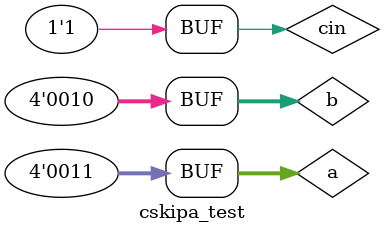
<source format=v>

  module cskipa_test;
  wire [3:0]s;
  wire c;
  reg [3:0] a;
  reg [3:0] b;
  reg cin;
  cskipa uut (.s(s),.c(c),.a(a),.b(b),.cin(cin));
	initial begin
$display("RSLT\ta\tb\tcin\t\tc\ts");
//A = 4&#39;b0101; B = 4&#39;b1101; carryin = 0; #50; // Set inputs and add delay
a = 0; b = 0; cin = 0; #50; // Set inputs and add delay
a = 3; b = 2; cin = 1; #50; // Set inputs and add delay
 // Set inputs and add delay
/*
//if ( (carryout == 1 ) &amp;&amp; (Y === 4&#39;b0010) )
if ( (carryout == 1 ) &amp;&amp; (Y === 2) )
$display(&quot;PASS\t%p\t%p\t%d\t=\t%d\p%p&quot;,A,B,carryin,carryout,Y);
else

$display(&quot;FAIL\t%p\t%p\t%d\t=\t%d\t%p&quot;,A,B,carryin,carryout,Y);
*/
end
//enabling the wave dump
initial begin
$dumpfile("dump.vcd"); $dumpvars;
end
  endmodule
			
</source>
